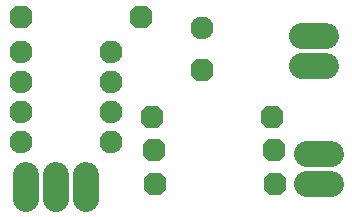
<source format=gbr>
G04 EAGLE Gerber RS-274X export*
G75*
%MOMM*%
%FSLAX34Y34*%
%LPD*%
%INSoldermask Bottom*%
%IPPOS*%
%AMOC8*
5,1,8,0,0,1.08239X$1,22.5*%
G01*
%ADD10P,2.089446X8X292.500000*%
%ADD11C,1.930400*%
%ADD12P,2.089446X8X202.500000*%
%ADD13P,2.089446X8X22.500000*%
%ADD14C,2.235200*%


D10*
X174321Y132231D03*
D11*
X174321Y167791D03*
X97234Y71448D03*
X97234Y96848D03*
X21034Y96848D03*
X21034Y71448D03*
X97234Y122248D03*
X97234Y147648D03*
X21034Y122248D03*
X21034Y147648D03*
D12*
X122756Y177163D03*
X21156Y177163D03*
D13*
X132246Y92286D03*
X233846Y92286D03*
D12*
X235495Y64973D03*
X133895Y64973D03*
X236479Y35748D03*
X134879Y35748D03*
D14*
X263211Y36183D02*
X283531Y36183D01*
X283531Y61583D02*
X263211Y61583D01*
X76736Y43888D02*
X76736Y23568D01*
X51336Y23568D02*
X51336Y43888D01*
X25936Y43888D02*
X25936Y23568D01*
X258925Y161203D02*
X279245Y161203D01*
X279245Y135803D02*
X258925Y135803D01*
M02*

</source>
